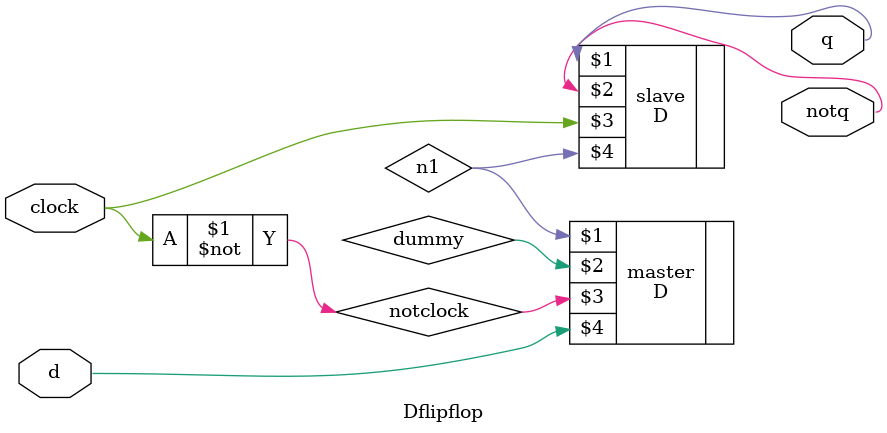
<source format=v>
module Dflipflop(output q, output notq, input clock, input d);

   wire 	       n1;
   wire 	       dummy;
   
   wire 	       notclock;

   assign
     notclock = ~clock;
   
   D master(n1, dummy, notclock, d);
   D slave(q, notq, clock, n1);

endmodule

</source>
